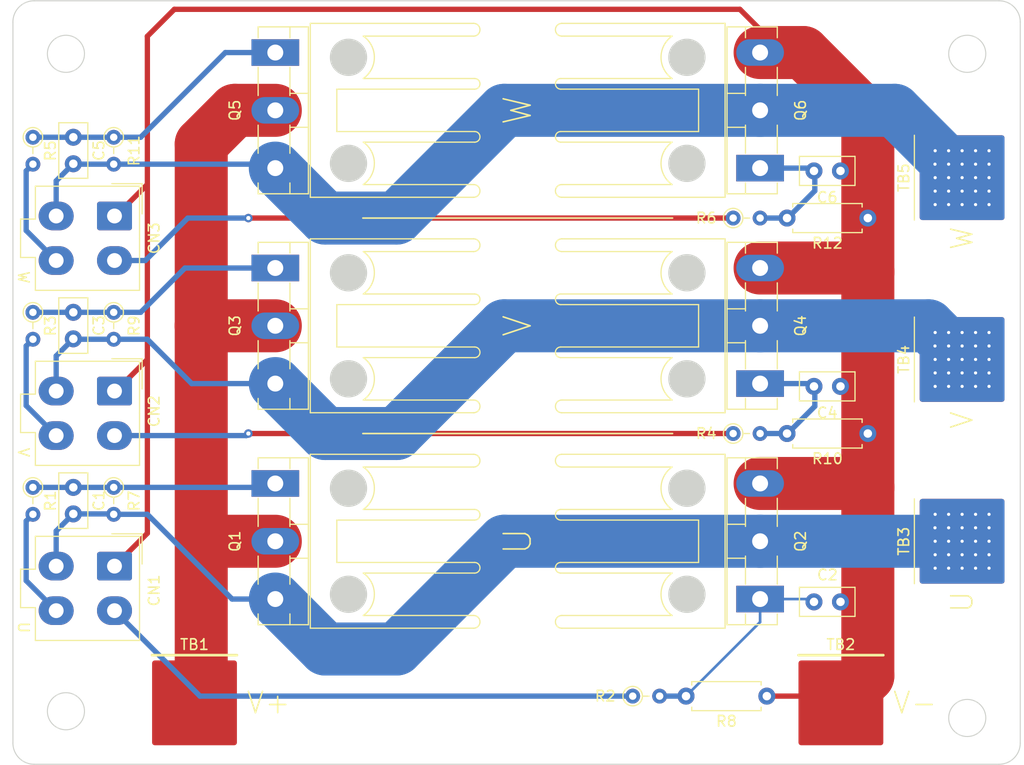
<source format=kicad_pcb>
(kicad_pcb (version 20221018) (generator pcbnew)
  (layers (0 "F.Cu" signal) (31 "B.Cu" signal) (34 "B.Paste" user) (35 "F.Paste" user) (36 "B.SilkS" user "B.Silkscreen") (37 "F.SilkS" user "F.Silkscreen") (38 "B.Mask" user) (39 "F.Mask" user) (44 "Edge.Cuts" user))
  (net 0 "")
  (net 1 "/U_HG")
  (net 2 "/U_OUT")
  (net 3 "/U_LG")
  (net 4 "/V-")
  (net 5 "/V_HG")
  (net 6 "/V_OUT")
  (net 7 "/V_LG")
  (net 8 "/W_HG")
  (net 9 "/W_OUT")
  (net 10 "/W_LG")
  (net 11 "/U_LIN")
  (net 12 "/U_HIN")
  (net 13 "/V_LIN")
  (net 14 "/V_HIN")
  (net 15 "/W_LIN")
  (net 16 "/W_HIN")
  (net 17 "/V+")
  (footprint "Resistor_THT:R_Axial_DIN0204_L3.6mm_D1.6mm_P2.54mm_Vertical" (layer "F.Cu") (at 103.505 135.89 -90)
    (fp_text reference "R7" (at 1.27 -1.92 90) (layer "F.SilkS"))
    (fp_text value "10k")
    (pad "1" thru_hole circle (at 0 0 270) (size 1.4 1.4) (drill 0.7) (layers "*.Cu" "*.Mask") (net 1 "/U_HG"))
    (pad "2" thru_hole oval (at 2.54 0 270) (size 1.4 1.4) (drill 0.7) (layers "*.Cu" "*.Mask") (net 2 "/U_OUT"))
  )
  (footprint "Resistor_THT:R_Axial_DIN0204_L3.6mm_D1.6mm_P2.54mm_Vertical" (layer "F.Cu") (at 95.885 119.38 -90)
    (fp_text reference "R3" (at 1.27 -1.651 90) (layer "F.SilkS"))
    (fp_text value "330")
    (pad "1" thru_hole circle (at 0 0 270) (size 1.4 1.4) (drill 0.7) (layers "*.Cu" "*.Mask") (net 5 "/V_HG"))
    (pad "2" thru_hole oval (at 2.54 0 270) (size 1.4 1.4) (drill 0.7) (layers "*.Cu" "*.Mask") (net 14 "/V_HIN"))
  )
  (footprint "Package_TO_SOT_THT:TO-3P-3_Vertical" (layer "F.Cu") (at 164.465 126.1 90)
    (fp_text reference "Q4" (at 5.45 3.81 90) (layer "F.SilkS"))
    (fp_text value "RJH60D0DPK")
    (pad "1" thru_hole rect (at 0 0 90) (size 2.5 4.5) (drill 1.5) (layers "*.Cu" "*.Mask") (net 7 "/V_LG"))
    (pad "2" thru_hole oval (at 5.45 0 90) (size 2.5 4.5) (drill 1.5) (layers "*.Cu" "*.Mask") (net 6 "/V_OUT"))
    (pad "3" thru_hole oval (at 10.9 0 90) (size 2.5 4.5) (drill 1.5) (layers "*.Cu" "*.Mask") (net 4 "/V-"))
  )
  (footprint "Capacitor_THT:C_Disc_D5.0mm_W2.5mm_P2.50mm" (layer "F.Cu") (at 172.045 126.365 180)
    (fp_text reference "C4" (at 1.25 -2.5 180) (layer "F.SilkS"))
    (fp_text value "50V 2200p")
    (pad "1" thru_hole circle (at 0 0 180) (size 1.6 1.6) (drill 0.8) (layers "*.Cu" "*.Mask") (net 4 "/V-"))
    (pad "2" thru_hole circle (at 2.5 0 180) (size 1.6 1.6) (drill 0.8) (layers "*.Cu" "*.Mask") (net 7 "/V_LG"))
  )
  (footprint "Resistor_THT:R_Axial_DIN0204_L3.6mm_D1.6mm_P2.54mm_Vertical" (layer "F.Cu") (at 152.45 155.575)
    (fp_text reference "R2" (at -2.59 0) (layer "F.SilkS"))
    (fp_text value "330")
    (pad "1" thru_hole circle (at 0 0) (size 1.4 1.4) (drill 0.7) (layers "*.Cu" "*.Mask") (net 11 "/U_LIN"))
    (pad "2" thru_hole oval (at 2.54 0) (size 1.4 1.4) (drill 0.7) (layers "*.Cu" "*.Mask") (net 3 "/U_LG"))
  )
  (footprint "Resistor_THT:R_Axial_DIN0204_L3.6mm_D1.6mm_P2.54mm_Vertical" (layer "F.Cu") (at 161.925 110.49)
    (fp_text reference "R6" (at -2.54 0) (layer "F.SilkS"))
    (fp_text value "330")
    (pad "1" thru_hole circle (at 0 0) (size 1.4 1.4) (drill 0.7) (layers "*.Cu" "*.Mask") (net 15 "/W_LIN"))
    (pad "2" thru_hole oval (at 2.54 0) (size 1.4 1.4) (drill 0.7) (layers "*.Cu" "*.Mask") (net 10 "/W_LG"))
  )
  (footprint "Resistor_THT:R_Axial_DIN0204_L3.6mm_D1.6mm_P2.54mm_Vertical" (layer "F.Cu") (at 103.505 102.87 -90)
    (fp_text reference "R11" (at 1.27 -1.92 90) (layer "F.SilkS"))
    (fp_text value "10k")
    (pad "1" thru_hole circle (at 0 0 270) (size 1.4 1.4) (drill 0.7) (layers "*.Cu" "*.Mask") (net 8 "/W_HG"))
    (pad "2" thru_hole oval (at 2.54 0 270) (size 1.4 1.4) (drill 0.7) (layers "*.Cu" "*.Mask") (net 9 "/W_OUT"))
  )
  (footprint "Custom_Library:16P16" (layer "F.Cu") (at 161.163 100.33 90)
    (fp_text reference "REF**" hide)
    (fp_text value "16P16")
    (fp_circle (center -5 -3.6) (end -3.3 -3.6) (stroke (width 0.12)) (fill solid) (layer "Edge.Cuts"))
    (fp_circle (center 5 -3.6) (end 6.7 -3.6) (stroke (width 0.12)) (fill solid) (layer "Edge.Cuts"))
  )
  (footprint "Custom_Library:PV-3_Both" (layer "F.Cu") (at 183.515 123.825 90)
    (fp_text reference "TB4" (at 0 -5.5 90 unlocked) (layer "F.SilkS"))
    (fp_text value "PV-3")
    (pad "1" thru_hole circle (at -2.54 -2.54 90) (size 0.6 0.6) (drill 0.3) (layers "*.Cu") (net 6 "/V_OUT"))
    (pad "1" thru_hole circle (at -2.54 -1.27 90) (size 0.6 0.6) (drill 0.3) (layers "*.Cu") (net 6 "/V_OUT"))
    (pad "1" thru_hole circle (at -2.54 0 90) (size 0.6 0.6) (drill 0.3) (layers "*.Cu") (net 6 "/V_OUT"))
    (pad "1" thru_hole circle (at -2.54 1.27 90) (size 0.6 0.6) (drill 0.3) (layers "*.Cu") (net 6 "/V_OUT"))
    (pad "1" thru_hole circle (at -2.54 2.54 90) (size 0.6 0.6) (drill 0.3) (layers "*.Cu") (net 6 "/V_OUT"))
    (pad "1" thru_hole circle (at -1.27 -2.54 90) (size 0.6 0.6) (drill 0.3) (layers "*.Cu") (net 6 "/V_OUT"))
    (pad "1" thru_hole circle (at -1.27 -1.27 90) (size 0.6 0.6) (drill 0.3) (layers "*.Cu") (net 6 "/V_OUT"))
    (pad "1" thru_hole circle (at -1.27 0 90) (size 0.6 0.6) (drill 0.3) (layers "*.Cu") (net 6 "/V_OUT"))
    (pad "1" thru_hole circle (at -1.27 1.27 90) (size 0.6 0.6) (drill 0.3) (layers "*.Cu") (net 6 "/V_OUT"))
    (pad "1" thru_hole circle (at -1.27 2.54 90) (size 0.6 0.6) (drill 0.3) (layers "*.Cu") (net 6 "/V_OUT"))
    (pad "1" thru_hole circle (at 0 -2.54 90) (size 0.6 0.6) (drill 0.3) (layers "*.Cu") (net 6 "/V_OUT"))
    (pad "1" thru_hole circle (at 0 -1.27 90) (size 0.6 0.6) (drill 0.3) (layers "*.Cu") (net 6 "/V_OUT"))
    (pad "1" thru_hole circle (at 0 0 90) (size 0.6 0.6) (drill 0.3) (layers "*.Cu") (net 6 "/V_OUT"))
    (pad "1" smd roundrect (at 0 0 90) (size 8 8) (layers "F.Cu" "F.Paste" "F.Mask") (roundrect_rratio 0.03175) (net 6 "/V_OUT"))
    (pad "1" smd roundrect (at 0 0 90) (size 8 8) (layers "B.Cu") (roundrect_rratio 0.03175) (net 6 "/V_OUT"))
    (pad "1" thru_hole circle (at 0 1.27 90) (size 0.6 0.6) (drill 0.3) (layers "*.Cu") (net 6 "/V_OUT"))
    (pad "1" thru_hole circle (at 0 2.54 90) (size 0.6 0.6) (drill 0.3) (layers "*.Cu") (net 6 "/V_OUT"))
    (pad "1" thru_hole circle (at 1.27 -2.55738 90) (size 0.6 0.6) (drill 0.3) (layers "*.Cu") (net 6 "/V_OUT"))
    (pad "1" thru_hole circle (at 1.27 -1.27 90) (size 0.6 0.6) (drill 0.3) (layers "*.Cu") (net 6 "/V_OUT"))
    (pad "1" thru_hole circle (at 1.27 0 90) (size 0.6 0.6) (drill 0.3) (layers "*.Cu") (net 6 "/V_OUT"))
    (pad "1" thru_hole circle (at 1.27 1.27 90) (size 0.6 0.6) (drill 0.3) (layers "*.Cu") (net 6 "/V_OUT"))
    (pad "1" thru_hole circle (at 1.27 2.54 90) (size 0.6 0.6) (drill 0.3) (layers "*.Cu") (net 6 "/V_OUT"))
    (pad "1" thru_hole circle (at 2.54 -2.54 90) (size 0.6 0.6) (drill 0.3) (layers "*.Cu") (net 6 "/V_OUT"))
    (pad "1" thru_hole circle (at 2.54 -1.27 90) (size 0.6 0.6) (drill 0.3) (layers "*.Cu") (net 6 "/V_OUT"))
    (pad "1" thru_hole circle (at 2.54 0 90) (size 0.6 0.6) (drill 0.3) (layers "*.Cu") (net 6 "/V_OUT"))
    (pad "1" thru_hole circle (at 2.54 1.27 90) (size 0.6 0.6) (drill 0.3) (layers "*.Cu") (net 6 "/V_OUT"))
    (pad "1" thru_hole circle (at 2.54 2.54 90) (size 0.6 0.6) (drill 0.3) (layers "*.Cu") (net 6 "/V_OUT"))
  )
  (footprint "Custom_Library:PV-3" (layer "F.Cu") (at 111.125 156.21)
    (fp_text reference "TB1" (at 0 -5.5 unlocked) (layer "F.SilkS"))
    (fp_text value "PV-3")
    (pad "1" smd roundrect (at 0 0) (size 8 8) (layers "F.Cu" "F.Paste" "F.Mask") (roundrect_rratio 0.03175) (net 17 "/V+"))
  )
  (footprint "Capacitor_THT:C_Disc_D5.0mm_W2.5mm_P2.50mm" (layer "F.Cu") (at 172.045 106.045 180)
    (fp_text reference "C6" (at 1.25 -2.5 180) (layer "F.SilkS"))
    (fp_text value "50V 2200p")
    (pad "1" thru_hole circle (at 0 0 180) (size 1.6 1.6) (drill 0.8) (layers "*.Cu" "*.Mask") (net 4 "/V-"))
    (pad "2" thru_hole circle (at 2.5 0 180) (size 1.6 1.6) (drill 0.8) (layers "*.Cu" "*.Mask") (net 10 "/W_LG"))
  )
  (footprint "Custom_Library:16P16" (layer "F.Cu") (at 122.047 140.97 -90)
    (fp_text reference "REF**" hide)
    (fp_text value "16P16")
    (fp_circle (center -5 -3.6) (end -3.3 -3.6) (stroke (width 0.12)) (fill solid) (layer "Edge.Cuts"))
    (fp_circle (center 5 -3.6) (end 6.7 -3.6) (stroke (width 0.12)) (fill solid) (layer "Edge.Cuts"))
  )
  (footprint "Custom_Library:PV-3_Both" (layer "F.Cu") (at 183.515 106.68 90)
    (fp_text reference "TB5" (at 0 -5.5 90 unlocked) (layer "F.SilkS"))
    (fp_text value "PV-3")
    (pad "1" thru_hole circle (at -2.54 -2.54 90) (size 0.6 0.6) (drill 0.3) (layers "*.Cu") (net 9 "/W_OUT"))
    (pad "1" thru_hole circle (at -2.54 -1.27 90) (size 0.6 0.6) (drill 0.3) (layers "*.Cu") (net 9 "/W_OUT"))
    (pad "1" thru_hole circle (at -2.54 0 90) (size 0.6 0.6) (drill 0.3) (layers "*.Cu") (net 9 "/W_OUT"))
    (pad "1" thru_hole circle (at -2.54 1.27 90) (size 0.6 0.6) (drill 0.3) (layers "*.Cu") (net 9 "/W_OUT"))
    (pad "1" thru_hole circle (at -2.54 2.54 90) (size 0.6 0.6) (drill 0.3) (layers "*.Cu") (net 9 "/W_OUT"))
    (pad "1" thru_hole circle (at -1.27 -2.54 90) (size 0.6 0.6) (drill 0.3) (layers "*.Cu") (net 9 "/W_OUT"))
    (pad "1" thru_hole circle (at -1.27 -1.27 90) (size 0.6 0.6) (drill 0.3) (layers "*.Cu") (net 9 "/W_OUT"))
    (pad "1" thru_hole circle (at -1.27 0 90) (size 0.6 0.6) (drill 0.3) (layers "*.Cu") (net 9 "/W_OUT"))
    (pad "1" thru_hole circle (at -1.27 1.27 90) (size 0.6 0.6) (drill 0.3) (layers "*.Cu") (net 9 "/W_OUT"))
    (pad "1" thru_hole circle (at -1.27 2.54 90) (size 0.6 0.6) (drill 0.3) (layers "*.Cu") (net 9 "/W_OUT"))
    (pad "1" thru_hole circle (at 0 -2.54 90) (size 0.6 0.6) (drill 0.3) (layers "*.Cu") (net 9 "/W_OUT"))
    (pad "1" thru_hole circle (at 0 -1.27 90) (size 0.6 0.6) (drill 0.3) (layers "*.Cu") (net 9 "/W_OUT"))
    (pad "1" thru_hole circle (at 0 0 90) (size 0.6 0.6) (drill 0.3) (layers "*.Cu") (net 9 "/W_OUT"))
    (pad "1" smd roundrect (at 0 0 90) (size 8 8) (layers "F.Cu" "F.Paste" "F.Mask") (roundrect_rratio 0.03175) (net 9 "/W_OUT"))
    (pad "1" smd roundrect (at 0 0 90) (size 8 8) (layers "B.Cu") (roundrect_rratio 0.03175) (net 9 "/W_OUT"))
    (pad "1" thru_hole circle (at 0 1.27 90) (size 0.6 0.6) (drill 0.3) (layers "*.Cu") (net 9 "/W_OUT"))
    (pad "1" thru_hole circle (at 0 2.54 90) (size 0.6 0.6) (drill 0.3) (layers "*.Cu") (net 9 "/W_OUT"))
    (pad "1" thru_hole circle (at 1.27 -2.55738 90) (size 0.6 0.6) (drill 0.3) (layers "*.Cu") (net 9 "/W_OUT"))
    (pad "1" thru_hole circle (at 1.27 -1.27 90) (size 0.6 0.6) (drill 0.3) (layers "*.Cu") (net 9 "/W_OUT"))
    (pad "1" thru_hole circle (at 1.27 0 90) (size 0.6 0.6) (drill 0.3) (layers "*.Cu") (net 9 "/W_OUT"))
    (pad "1" thru_hole circle (at 1.27 1.27 90) (size 0.6 0.6) (drill 0.3) (layers "*.Cu") (net 9 "/W_OUT"))
    (pad "1" thru_hole circle (at 1.27 2.54 90) (size 0.6 0.6) (drill 0.3) (layers "*.Cu") (net 9 "/W_OUT"))
    (pad "1" thru_hole circle (at 2.54 -2.54 90) (size 0.6 0.6) (drill 0.3) (layers "*.Cu") (net 9 "/W_OUT"))
    (pad "1" thru_hole circle (at 2.54 -1.27 90) (size 0.6 0.6) (drill 0.3) (layers "*.Cu") (net 9 "/W_OUT"))
    (pad "1" thru_hole circle (at 2.54 0 90) (size 0.6 0.6) (drill 0.3) (layers "*.Cu") (net 9 "/W_OUT"))
    (pad "1" thru_hole circle (at 2.54 1.27 90) (size 0.6 0.6) (drill 0.3) (layers "*.Cu") (net 9 "/W_OUT"))
    (pad "1" thru_hole circle (at 2.54 2.54 90) (size 0.6 0.6) (drill 0.3) (layers "*.Cu") (net 9 "/W_OUT"))
  )
  (footprint "Custom_Library:16P16" (layer "F.Cu") (at 161.163 120.65 90)
    (fp_text reference "REF**" hide)
    (fp_text value "16P16")
    (fp_circle (center -5 -3.6) (end -3.3 -3.6) (stroke (width 0.12)) (fill solid) (layer "Edge.Cuts"))
    (fp_circle (center 5 -3.6) (end 6.7 -3.6) (stroke (width 0.12)) (fill solid) (layer "Edge.Cuts"))
  )
  (footprint "Capacitor_THT:C_Disc_D5.0mm_W2.5mm_P2.50mm" (layer "F.Cu") (at 99.695 102.87 -90)
    (fp_text reference "C5" (at 1.25 -2.413 90) (layer "F.SilkS"))
    (fp_text value "50V 2200p")
    (pad "1" thru_hole circle (at 0 0 270) (size 1.6 1.6) (drill 0.8) (layers "*.Cu" "*.Mask") (net 8 "/W_HG"))
    (pad "2" thru_hole circle (at 2.5 0 270) (size 1.6 1.6) (drill 0.8) (layers "*.Cu" "*.Mask") (net 9 "/W_OUT"))
  )
  (footprint "Resistor_THT:R_Axial_DIN0207_L6.3mm_D2.5mm_P7.62mm_Horizontal" (layer "F.Cu") (at 165.1 155.575 180)
    (fp_text reference "R8" (at 3.81 -2.37) (layer "F.SilkS"))
    (fp_text value "10k")
    (pad "1" thru_hole circle (at 0 0 180) (size 1.6 1.6) (drill 0.8) (layers "*.Cu" "*.Mask") (net 4 "/V-"))
    (pad "2" thru_hole oval (at 7.62 0 180) (size 1.6 1.6) (drill 0.8) (layers "*.Cu" "*.Mask") (net 3 "/U_LG"))
  )
  (footprint "Resistor_THT:R_Axial_DIN0204_L3.6mm_D1.6mm_P2.54mm_Vertical" (layer "F.Cu") (at 161.925 130.81)
    (fp_text reference "R4" (at -2.54 0) (layer "F.SilkS"))
    (fp_text value "330")
    (pad "1" thru_hole circle (at 0 0) (size 1.4 1.4) (drill 0.7) (layers "*.Cu" "*.Mask") (net 13 "/V_LIN"))
    (pad "2" thru_hole oval (at 2.54 0) (size 1.4 1.4) (drill 0.7) (layers "*.Cu" "*.Mask") (net 7 "/V_LG"))
  )
  (footprint "Connector_Molex:Molex_Mini-Fit_Jr_5566-04A_2x02_P4.20mm_Vertical" (layer "F.Cu") (at 103.58 126.805 -90)
    (fp_text reference "CN2" (at 1.905 -3.735 -90) (layer "F.SilkS"))
    (fp_text value "Molex_5569-04A1_2x02")
    (pad "1" thru_hole roundrect (at 0 0 270) (size 2.7 3.3) (drill 1.4) (layers "*.Cu" "*.Mask") (roundrect_rratio 0.092593) (net 4 "/V-"))
    (pad "2" thru_hole oval (at 4.2 0 270) (size 2.7 3.3) (drill 1.4) (layers "*.Cu" "*.Mask") (net 13 "/V_LIN"))
    (pad "3" thru_hole oval (at 0 5.5 270) (size 2.7 3.3) (drill 1.4) (layers "*.Cu" "*.Mask") (net 6 "/V_OUT"))
    (pad "4" thru_hole oval (at 4.2 5.5 270) (size 2.7 3.3) (drill 1.4) (layers "*.Cu" "*.Mask") (net 14 "/V_HIN"))
  )
  (footprint "Connector_Molex:Molex_Mini-Fit_Jr_5566-04A_2x02_P4.20mm_Vertical" (layer "F.Cu") (at 103.58 143.315 -90)
    (fp_text reference "CN1" (at 2.295 -3.735 -90) (layer "F.SilkS"))
    (fp_text value "Molex_5569-04A1_2x02")
    (pad "1" thru_hole roundrect (at 0 0 270) (size 2.7 3.3) (drill 1.4) (layers "*.Cu" "*.Mask") (roundrect_rratio 0.092593) (net 4 "/V-"))
    (pad "2" thru_hole oval (at 4.2 0 270) (size 2.7 3.3) (drill 1.4) (layers "*.Cu" "*.Mask") (net 11 "/U_LIN"))
    (pad "3" thru_hole oval (at 0 5.5 270) (size 2.7 3.3) (drill 1.4) (layers "*.Cu" "*.Mask") (net 2 "/U_OUT"))
    (pad "4" thru_hole oval (at 4.2 5.5 270) (size 2.7 3.3) (drill 1.4) (layers "*.Cu" "*.Mask") (net 12 "/U_HIN"))
  )
  (footprint "Package_TO_SOT_THT:TO-3P-3_Vertical" (layer "F.Cu") (at 164.465 105.78 90)
    (fp_text reference "Q6" (at 5.45 3.81 90) (layer "F.SilkS"))
    (fp_text value "RJH60D0DPK")
    (pad "1" thru_hole rect (at 0 0 90) (size 2.5 4.5) (drill 1.5) (layers "*.Cu" "*.Mask") (net 10 "/W_LG"))
    (pad "2" thru_hole oval (at 5.45 0 90) (size 2.5 4.5) (drill 1.5) (layers "*.Cu" "*.Mask") (net 9 "/W_OUT"))
    (pad "3" thru_hole oval (at 10.9 0 90) (size 2.5 4.5) (drill 1.5) (layers "*.Cu" "*.Mask") (net 4 "/V-"))
  )
  (footprint "Resistor_THT:R_Axial_DIN0204_L3.6mm_D1.6mm_P2.54mm_Vertical" (layer "F.Cu") (at 95.885 102.87 -90)
    (fp_text reference "R5" (at 1.27 -1.651 90) (layer "F.SilkS"))
    (fp_text value "330")
    (pad "1" thru_hole circle (at 0 0 270) (size 1.4 1.4) (drill 0.7) (layers "*.Cu" "*.Mask") (net 8 "/W_HG"))
    (pad "2" thru_hole oval (at 2.54 0 270) (size 1.4 1.4) (drill 0.7) (layers "*.Cu" "*.Mask") (net 16 "/W_HIN"))
  )
  (footprint "Resistor_THT:R_Axial_DIN0204_L3.6mm_D1.6mm_P2.54mm_Vertical" (layer "F.Cu") (at 103.505 119.38 -90)
    (fp_text reference "R9" (at 1.27 -1.92 90) (layer "F.SilkS"))
    (fp_text value "10k")
    (pad "1" thru_hole circle (at 0 0 270) (size 1.4 1.4) (drill 0.7) (layers "*.Cu" "*.Mask") (net 5 "/V_HG"))
    (pad "2" thru_hole oval (at 2.54 0 270) (size 1.4 1.4) (drill 0.7) (layers "*.Cu" "*.Mask") (net 6 "/V_OUT"))
  )
  (footprint "Resistor_THT:R_Axial_DIN0207_L6.3mm_D2.5mm_P7.62mm_Horizontal" (layer "F.Cu") (at 174.625 130.81 180)
    (fp_text reference "R10" (at 3.81 -2.37) (layer "F.SilkS"))
    (fp_text value "10k")
    (pad "1" thru_hole circle (at 0 0 180) (size 1.6 1.6) (drill 0.8) (layers "*.Cu" "*.Mask") (net 4 "/V-"))
    (pad "2" thru_hole oval (at 7.62 0 180) (size 1.6 1.6) (drill 0.8) (layers "*.Cu" "*.Mask") (net 7 "/V_LG"))
  )
  (footprint "Connector_Molex:Molex_Mini-Fit_Jr_5566-04A_2x02_P4.20mm_Vertical" (layer "F.Cu") (at 103.58 110.295 -90)
    (fp_text reference "CN3" (at 2.1 -3.735 90) (layer "F.SilkS"))
    (fp_text value "Molex_5569-04A1_2x02")
    (pad "1" thru_hole roundrect (at 0 0 270) (size 2.7 3.3) (drill 1.4) (layers "*.Cu" "*.Mask") (roundrect_rratio 0.092593) (net 4 "/V-"))
    (pad "2" thru_hole oval (at 4.2 0 270) (size 2.7 3.3) (drill 1.4) (layers "*.Cu" "*.Mask") (net 15 "/W_LIN"))
    (pad "3" thru_hole oval (at 0 5.5 270) (size 2.7 3.3) (drill 1.4) (layers "*.Cu" "*.Mask") (net 9 "/W_OUT"))
    (pad "4" thru_hole oval (at 4.2 5.5 270) (size 2.7 3.3) (drill 1.4) (layers "*.Cu" "*.Mask") (net 16 "/W_HIN"))
  )
  (footprint "Custom_Library:PV-3_Both" (layer "F.Cu") (at 183.515 140.97 90)
    (fp_text reference "TB3" (at 0 -5.5 90 unlocked) (layer "F.SilkS"))
    (fp_text value "PV-3")
    (pad "1" thru_hole circle (at -2.54 -2.54 90) (size 0.6 0.6) (drill 0.3) (layers "*.Cu") (net 2 "/U_OUT"))
    (pad "1" thru_hole circle (at -2.54 -1.27 90) (size 0.6 0.6) (drill 0.3) (layers "*.Cu") (net 2 "/U_OUT"))
    (pad "1" thru_hole circle (at -2.54 0 90) (size 0.6 0.6) (drill 0.3) (layers "*.Cu") (net 2 "/U_OUT"))
    (pad "1" thru_hole circle (at -2.54 1.27 90) (size 0.6 0.6) (drill 0.3) (layers "*.Cu") (net 2 "/U_OUT"))
    (pad "1" thru_hole circle (at -2.54 2.54 90) (size 0.6 0.6) (drill 0.3) (layers "*.Cu") (net 2 "/U_OUT"))
    (pad "1" thru_hole circle (at -1.27 -2.54 90) (size 0.6 0.6) (drill 0.3) (layers "*.Cu") (net 2 "/U_OUT"))
    (pad "1" thru_hole circle (at -1.27 -1.27 90) (size 0.6 0.6) (drill 0.3) (layers "*.Cu") (net 2 "/U_OUT"))
    (pad "1" thru_hole circle (at -1.27 0 90) (size 0.6 0.6) (drill 0.3) (layers "*.Cu") (net 2 "/U_OUT"))
    (pad "1" thru_hole circle (at -1.27 1.27 90) (size 0.6 0.6) (drill 0.3) (layers "*.Cu") (net 2 "/U_OUT"))
    (pad "1" thru_hole circle (at -1.27 2.54 90) (size 0.6 0.6) (drill 0.3) (layers "*.Cu") (net 2 "/U_OUT"))
    (pad "1" thru_hole circle (at 0 -2.54 90) (size 0.6 0.6) (drill 0.3) (layers "*.Cu") (net 2 "/U_OUT"))
    (pad "1" thru_hole circle (at 0 -1.27 90) (size 0.6 0.6) (drill 0.3) (layers "*.Cu") (net 2 "/U_OUT"))
    (pad "1" thru_hole circle (at 0 0 90) (size 0.6 0.6) (drill 0.3) (layers "*.Cu") (net 2 "/U_OUT"))
    (pad "1" smd roundrect (at 0 0 90) (size 8 8) (layers "F.Cu" "F.Paste" "F.Mask") (roundrect_rratio 0.03175) (net 2 "/U_OUT"))
    (pad "1" smd roundrect (at 0 0 90) (size 8 8) (layers "B.Cu") (roundrect_rratio 0.03175) (net 2 "/U_OUT"))
    (pad "1" thru_hole circle (at 0 1.27 90) (size 0.6 0.6) (drill 0.3) (layers "*.Cu") (net 2 "/U_OUT"))
    (pad "1" thru_hole circle (at 0 2.54 90) (size 0.6 0.6) (drill 0.3) (layers "*.Cu") (net 2 "/U_OUT"))
    (pad "1" thru_hole circle (at 1.27 -2.55738 90) (size 0.6 0.6) (drill 0.3) (layers "*.Cu") (net 2 "/U_OUT"))
    (pad "1" thru_hole circle (at 1.27 -1.27 90) (size 0.6 0.6) (drill 0.3) (layers "*.Cu") (net 2 "/U_OUT"))
    (pad "1" thru_hole circle (at 1.27 0 90) (size 0.6 0.6) (drill 0.3) (layers "*.Cu") (net 2 "/U_OUT"))
    (pad "1" thru_hole circle (at 1.27 1.27 90) (size 0.6 0.6) (drill 0.3) (layers "*.Cu") (net 2 "/U_OUT"))
    (pad "1" thru_hole circle (at 1.27 2.54 90) (size 0.6 0.6) (drill 0.3) (layers "*.Cu") (net 2 "/U_OUT"))
    (pad "1" thru_hole circle (at 2.54 -2.54 90) (size 0.6 0.6) (drill 0.3) (layers "*.Cu") (net 2 "/U_OUT"))
    (pad "1" thru_hole circle (at 2.54 -1.27 90) (size 0.6 0.6) (drill 0.3) (layers "*.Cu") (net 2 "/U_OUT"))
    (pad "1" thru_hole circle (at 2.54 0 90) (size 0.6 0.6) (drill 0.3) (layers "*.Cu") (net 2 "/U_OUT"))
    (pad "1" thru_hole circle (at 2.54 1.27 90) (size 0.6 0.6) (drill 0.3) (layers "*.Cu") (net 2 "/U_OUT"))
    (pad "1" thru_hole circle (at 2.54 2.54 90) (size 0.6 0.6) (drill 0.3) (layers "*.Cu") (net 2 "/U_OUT"))
  )
  (footprint "Resistor_THT:R_Axial_DIN0207_L6.3mm_D2.5mm_P7.62mm_Horizontal" (layer "F.Cu") (at 174.625 110.49 180)
    (fp_text reference "R12" (at 3.81 -2.37) (layer "F.SilkS"))
    (fp_text value "10k")
    (pad "1" thru_hole circle (at 0 0 180) (size 1.6 1.6) (drill 0.8) (layers "*.Cu" "*.Mask") (net 4 "/V-"))
    (pad "2" thru_hole oval (at 7.62 0 180) (size 1.6 1.6) (drill 0.8) (layers "*.Cu" "*.Mask") (net 10 "/W_LG"))
  )
  (footprint "Capacitor_THT:C_Disc_D5.0mm_W2.5mm_P2.50mm" (layer "F.Cu") (at 99.695 119.38 -90)
    (fp_text reference "C3" (at 1.25 -2.413 90) (layer "F.SilkS"))
    (fp_text value "50V 2200p")
    (pad "1" thru_hole circle (at 0 0 270) (size 1.6 1.6) (drill 0.8) (layers "*.Cu" "*.Mask") (net 5 "/V_HG"))
    (pad "2" thru_hole circle (at 2.5 0 270) (size 1.6 1.6) (drill 0.8) (layers "*.Cu" "*.Mask") (net 6 "/V_OUT"))
  )
  (footprint "Package_TO_SOT_THT:TO-3P-3_Vertical" (layer "F.Cu") (at 164.465 146.42 90)
    (fp_text reference "Q2" (at 5.45 3.81 90) (layer "F.SilkS"))
    (fp_text value "RJH60D0DPK")
    (pad "1" thru_hole rect (at 0 0 90) (size 2.5 4.5) (drill 1.5) (layers "*.Cu" "*.Mask") (net 3 "/U_LG"))
    (pad "2" thru_hole oval (at 5.45 0 90) (size 2.5 4.5) (drill 1.5) (layers "*.Cu" "*.Mask") (net 2 "/U_OUT"))
    (pad "3" thru_hole oval (at 10.9 0 90) (size 2.5 4.5) (drill 1.5) (layers "*.Cu" "*.Mask") (net 4 "/V-"))
  )
  (footprint "Custom_Library:PV-3" (layer "F.Cu") (at 172.085 156.21)
    (fp_text reference "TB2" (at 0 -5.5 unlocked) (layer "F.SilkS"))
    (fp_text value "PV-3")
    (pad "1" smd roundrect (at 0 0) (size 8 8) (layers "F.Cu" "F.Paste" "F.Mask") (roundrect_rratio 0.03175) (net 4 "/V-"))
  )
  (footprint "Custom_Library:16P16" (layer "F.Cu") (at 122.047 100.33 -90)
    (fp_text reference "REF**" hide)
    (fp_text value "16P16")
    (fp_circle (center -5 -3.6) (end -3.3 -3.6) (stroke (width 0.12)) (fill solid) (layer "Edge.Cuts"))
    (fp_circle (center 5 -3.6) (end 6.7 -3.6) (stroke (width 0.12)) (fill solid) (layer "Edge.Cuts"))
  )
  (footprint "Resistor_THT:R_Axial_DIN0204_L3.6mm_D1.6mm_P2.54mm_Vertical" (layer "F.Cu") (at 95.885 135.89 -90)
    (fp_text reference "R1" (at 1.27 -1.651 90) (layer "F.SilkS"))
    (fp_text value "330")
    (pad "1" thru_hole circle (at 0 0 270) (size 1.4 1.4) (drill 0.7) (layers "*.Cu" "*.Mask") (net 1 "/U_HG"))
    (pad "2" thru_hole oval (at 2.54 0 270) (size 1.4 1.4) (drill 0.7) (layers "*.Cu" "*.Mask") (net 12 "/U_HIN"))
  )
  (footprint "Package_TO_SOT_THT:TO-3P-3_Vertical" (layer "F.Cu") (at 118.745 94.88 -90)
    (fp_text reference "Q5" (at 5.45 3.81 90) (layer "F.SilkS"))
    (fp_text value "RJH60D0DPK")
    (pad "1" thru_hole rect (at 0 0 270) (size 2.5 4.5) (drill 1.5) (layers "*.Cu" "*.Mask") (net 8 "/W_HG"))
    (pad "2" thru_hole oval (at 5.45 0 270) (size 2.5 4.5) (drill 1.5) (layers "*.Cu" "*.Mask") (net 17 "/V+"))
    (pad "3" thru_hole oval (at 10.9 0 270) (size 2.5 4.5) (drill 1.5) (layers "*.Cu" "*.Mask") (net 9 "/W_OUT"))
  )
  (footprint "Capacitor_THT:C_Disc_D5.0mm_W2.5mm_P2.50mm" (layer "F.Cu") (at 172.045 146.685 180)
    (fp_text reference "C2" (at 1.23 2.54 180) (layer "F.SilkS"))
    (fp_text value "50V 2200p")
    (pad "1" thru_hole circle (at 0 0 180) (size 1.6 1.6) (drill 0.8) (layers "*.Cu" "*.Mask") (net 4 "/V-"))
    (pad "2" thru_hole circle (at 2.5 0 180) (size 1.6 1.6) (drill 0.8) (layers "*.Cu" "*.Mask") (net 3 "/U_LG"))
  )
  (footprint "Package_TO_SOT_THT:TO-3P-3_Vertical" (layer "F.Cu") (at 118.745 135.52 -90)
    (fp_text reference "Q1" (at 5.45 3.81 90) (layer "F.SilkS"))
    (fp_text value "RJH60D0DPK")
    (pad "1" thru_hole rect (at 0 0 270) (size 2.5 4.5) (drill 1.5) (layers "*.Cu" "*.Mask") (net 1 "/U_HG"))
    (pad "2" thru_hole oval (at 5.45 0 270) (size 2.5 4.5) (drill 1.5) (layers "*.Cu" "*.Mask") (net 17 "/V+"))
    (pad "3" thru_hole oval (at 10.9 0 270) (size 2.5 4.5) (drill 1.5) (layers "*.Cu" "*.Mask") (net 2 "/U_OUT"))
  )
  (footprint "Custom_Library:16P16" (layer "F.Cu") (at 122.047 120.65 -90)
    (fp_text reference "REF**" hide)
    (fp_text value "16P16")
    (fp_circle (center -5 -3.6) (end -3.3 -3.6) (stroke (width 0.12)) (fill solid) (layer "Edge.Cuts"))
    (fp_circle (center 5 -3.6) (end 6.7 -3.6) (stroke (width 0.12)) (fill solid) (layer "Edge.Cuts"))
  )
  (footprint "Custom_Library:16P16" (layer "F.Cu") (at 161.163 140.97 90)
    (fp_text reference "REF**" hide)
    (fp_text value "16P16")
    (fp_circle (center -5 -3.6) (end -3.3 -3.6) (stroke (width 0.12)) (fill solid) (layer "Edge.Cuts"))
    (fp_circle (center 5 -3.6) (end 6.7 -3.6) (stroke (width 0.12)) (fill solid) (layer "Edge.Cuts"))
  )
  (footprint "Capacitor_THT:C_Disc_D5.0mm_W2.5mm_P2.50mm" (layer "F.Cu") (at 99.695 135.89 -90)
    (fp_text reference "C1" (at 1.25 -2.413 90) (layer "F.SilkS"))
    (fp_text value "50V 2200p")
    (pad "1" thru_hole circle (at 0 0 270) (size 1.6 1.6) (drill 0.8) (layers "*.Cu" "*.Mask") (net 1 "/U_HG"))
    (pad "2" thru_hole circle (at 2.5 0 270) (size 1.6 1.6) (drill 0.8) (layers "*.Cu" "*.Mask") (net 2 "/U_OUT"))
  )
  (footprint "Package_TO_SOT_THT:TO-3P-3_Vertical" (layer "F.Cu") (at 118.745 115.2 -90)
    (fp_text reference "Q3" (at 5.45 3.81 90) (layer "F.SilkS"))
    (fp_text value "RJH60D0DPK")
    (pad "1" thru_hole rect (at 0 0 270) (size 2.5 4.5) (drill 1.5) (layers "*.Cu" "*.Mask") (net 5 "/V_HG"))
    (pad "2" thru_hole oval (at 5.45 0 270) (size 2.5 4.5) (drill 1.5) (layers "*.Cu" "*.Mask") (net 17 "/V+"))
    (pad "3" thru_hole oval (at 10.9 0 270) (size 2.5 4.5) (drill 1.5) (layers "*.Cu" "*.Mask") (net 6 "/V_OUT"))
  )
  (gr_line (start 127 110.49) (end 156.21 110.49) (stroke (width 0.15)) (layer "F.SilkS"))
  (gr_line (start 127 130.81) (end 156.21 130.81) (stroke (width 0.15)) (layer "F.SilkS"))
  (gr_line (start 187 90) (end 96 90) (stroke (width 0.1)) (layer "Edge.Cuts"))
  (gr_arc (start 187 90) (mid 188.414214 90.585786) (end 189 92) (stroke (width 0.1)) (layer "Edge.Cuts"))
  (gr_circle (center 99 95) (end 99 96.75) (stroke (width 0.1)) (fill none) (layer "Edge.Cuts"))
  (gr_arc (start 96 162) (mid 94.585786 161.414214) (end 94 160) (stroke (width 0.1)) (layer "Edge.Cuts"))
  (gr_line (start 94 92) (end 94 160) (stroke (width 0.1)) (layer "Edge.Cuts"))
  (gr_circle (center 184 95) (end 184 96.75) (stroke (width 0.1)) (fill none) (layer "Edge.Cuts"))
  (gr_circle (center 99 157) (end 99 158.75) (stroke (width 0.1)) (fill none) (layer "Edge.Cuts"))
  (gr_arc (start 94 92) (mid 94.585786 90.585786) (end 96 90) (stroke (width 0.1)) (layer "Edge.Cuts"))
  (gr_circle (center 184 157.635) (end 184 159.385) (stroke (width 0.1)) (fill none) (layer "Edge.Cuts"))
  (gr_arc (start 189 160) (mid 188.414214 161.414214) (end 187 162) (stroke (width 0.1)) (layer "Edge.Cuts"))
  (gr_line (start 96 162) (end 187 162) (stroke (width 0.1)) (layer "Edge.Cuts"))
  (gr_line (start 189 160) (end 189 92) (stroke (width 0.1)) (layer "Edge.Cuts"))
  (gr_text "V-" (at 179.07 156.21) (layer "F.SilkS") (effects (font (size 2 2))))
  (gr_text "W" (at 141.605 100.33 90) (layer "F.SilkS") (effects (font (size 2.54 2.54))))
  (gr_text "W" (at 94.996 116.078 270) (layer "F.SilkS") (effects (font (size 1 1))))
  (gr_text "W" (at 183.515 112.395 90) (layer "F.SilkS") (effects (font (size 2 2))))
  (gr_text "V+" (at 118.11 156.21) (layer "F.SilkS") (effects (font (size 2 2))))
  (gr_text "V" (at 94.996 132.588 270) (layer "F.SilkS") (effects (font (size 1 1))))
  (gr_text "V" (at 183.515 129.54 90) (layer "F.SilkS") (effects (font (size 2 2))))
  (gr_text "U" (at 94.996 149.098 270) (layer "F.SilkS") (effects (font (size 1 1))))
  (gr_text "V" (at 141.605 120.65 90) (layer "F.SilkS") (effects (font (size 2.54 2.54))))
  (gr_text "U" (at 141.605 140.97 90) (layer "F.SilkS") (effects (font (size 2.54 2.54))))
  (gr_text "U" (at 183.515 146.685 90) (layer "F.SilkS") (effects (font (size 2 2))))
  (segment (start 103.505 135.89) (end 118.375 135.89) (width 0.5) (layer "B.Cu") (net 1))
  (segment (start 118.375 135.89) (end 118.745 135.52) (width 0.5) (layer "B.Cu") (net 1))
  (segment (start 103.505 135.89) (end 95.885 135.89) (width 0.5) (layer "B.Cu") (net 1))
  (segment (start 99.695 138.39) (end 103.465 138.39) (width 0.5) (layer "B.Cu") (net 2))
  (segment (start 130.175 151.13) (end 123.455 151.13) (width 5) (layer "B.Cu") (net 2))
  (segment (start 103.505 138.43) (end 106.68 138.43) (width 0.5) (layer "B.Cu") (net 2))
  (segment (start 164.465 140.97) (end 140.335 140.97) (width 5) (layer "B.Cu") (net 2))
  (segment (start 98.08 140.005) (end 99.695 138.39) (width 0.5) (layer "B.Cu") (net 2))
  (segment (start 103.465 138.39) (end 103.505 138.43) (width 0.5) (layer "B.Cu") (net 2))
  (segment (start 106.68 138.43) (end 114.67 146.42) (width 0.5) (layer "B.Cu") (net 2))
  (segment (start 123.455 151.13) (end 118.745 146.42) (width 5) (layer "B.Cu") (net 2))
  (segment (start 98.08 143.315) (end 98.08 140.005) (width 0.5) (layer "B.Cu") (net 2))
  (segment (start 164.465 140.97) (end 183.515 140.97) (width 5) (layer "B.Cu") (net 2))
  (segment (start 114.67 146.42) (end 118.745 146.42) (width 0.5) (layer "B.Cu") (net 2))
  (segment (start 140.335 140.97) (end 130.175 151.13) (width 5) (layer "B.Cu") (net 2))
  (segment (start 164.465 148.59) (end 157.48 155.575) (width 0.25) (layer "B.Cu") (net 3))
  (segment (start 164.465 146.42) (end 164.465 148.59) (width 0.25) (layer "B.Cu") (net 3))
  (segment (start 169.28 146.42) (end 169.545 146.685) (width 0.25) (layer "B.Cu") (net 3))
  (segment (start 154.99 155.575) (end 157.48 155.575) (width 0.5) (layer "B.Cu") (net 3))
  (segment (start 164.465 146.42) (end 169.28 146.42) (width 0.25) (layer "B.Cu") (net 3))
  (segment (start 174.255 135.52) (end 174.625 135.89) (width 5) (layer "F.Cu") (net 4))
  (segment (start 164.465 115.2) (end 174.255 115.2) (width 5) (layer "F.Cu") (net 4))
  (segment (start 174.625 135.89) (end 174.625 153.67) (width 5) (layer "F.Cu") (net 4))
  (segment (start 103.7 110.295) (end 106.68 107.315) (width 0.5) (layer "F.Cu") (net 4))
  (segment (start 174.625 100.965) (end 174.625 115.57) (width 5) (layer "F.Cu") (net 4))
  (segment (start 103.7 126.805) (end 106.68 123.825) (width 0.5) (layer "F.Cu") (net 4))
  (segment (start 164.465 135.52) (end 174.255 135.52) (width 5) (layer "F.Cu") (net 4))
  (segment (start 165.1 155.575) (end 171.45 155.575) (width 0.5) (layer "F.Cu") (net 4))
  (segment (start 106.68 107.315) (end 106.68 123.825) (width 0.5) (layer "F.Cu") (net 4))
  (segment (start 106.68 93.345) (end 106.68 107.315) (width 0.5) (layer "F.Cu") (net 4))
  (segment (start 164.465 94.88) (end 164.465 92.71) (width 0.5) (layer "F.Cu") (net 4))
  (segment (start 106.68 140.215) (end 103.58 143.315) (width 0.5) (layer "F.Cu") (net 4))
  (segment (start 174.255 115.2) (end 174.625 115.57) (width 5) (layer "F.Cu") (net 4))
  (segment (start 174.625 153.67) (end 172.085 156.21) (width 5) (layer "F.Cu") (net 4))
  (segment (start 174.625 115.57) (end 174.625 135.89) (width 5) (layer "F.Cu") (net 4))
  (segment (start 164.465 92.71) (end 162.56 90.805) (width 0.5) (layer "F.Cu") (net 4))
  (segment (start 168.54 94.88) (end 174.625 100.965) (width 5) (layer "F.Cu") (net 4))
  (segment (start 171.45 155.575) (end 172.085 156.21) (width 0.5) (layer "F.Cu") (net 4))
  (segment (start 106.68 123.825) (end 106.68 140.215) (width 0.5) (layer "F.Cu") (net 4))
  (segment (start 162.56 90.805) (end 109.22 90.805) (width 0.5) (layer "F.Cu") (net 4))
  (segment (start 103.58 126.805) (end 103.7 126.805) (width 0.5) (layer "F.Cu") (net 4))
  (segment (start 103.58 110.295) (end 103.7 110.295) (width 0.5) (layer "F.Cu") (net 4))
  (segment (start 164.465 94.88) (end 168.54 94.88) (width 5) (layer "F.Cu") (net 4))
  (segment (start 109.22 90.805) (end 106.68 93.345) (width 0.5) (layer "F.Cu") (net 4))
  (segment (start 103.505 119.38) (end 95.885 119.38) (width 0.5) (layer "B.Cu") (net 5))
  (segment (start 118.745 115.2) (end 110.225 115.2) (width 0.5) (layer "B.Cu") (net 5))
  (segment (start 106.045 119.38) (end 110.225 115.2) (width 0.5) (layer "B.Cu") (net 5))
  (segment (start 103.505 119.38) (end 106.045 119.38) (width 0.5) (layer "B.Cu") (net 5))
  (segment (start 164.465 120.65) (end 180.34 120.65) (width 5) (layer "B.Cu") (net 6))
  (segment (start 140.335 120.65) (end 130.175 130.81) (width 5) (layer "B.Cu") (net 6))
  (segment (start 99.735 121.92) (end 99.695 121.88) (width 0.5) (layer "B.Cu") (net 6))
  (segment (start 110.86 126.1) (end 118.745 126.1) (width 0.5) (layer "B.Cu") (net 6))
  (segment (start 180.34 120.65) (end 183.515 123.825) (width 5) (layer "B.Cu") (net 6))
  (segment (start 98.08 126.805) (end 98.08 123.495) (width 0.5) (layer "B.Cu") (net 6))
  (segment (start 103.505 121.92) (end 99.735 121.92) (width 0.5) (layer "B.Cu") (net 6))
  (segment (start 123.455 130.81) (end 118.745 126.1) (width 5) (layer "B.Cu") (net 6))
  (segment (start 130.175 130.81) (end 123.455 130.81) (width 5) (layer "B.Cu") (net 6))
  (segment (start 103.505 121.92) (end 106.68 121.92) (width 0.5) (layer "B.Cu") (net 6))
  (segment (start 164.465 120.65) (end 140.335 120.65) (width 5) (layer "B.Cu") (net 6))
  (segment (start 106.68 121.92) (end 110.86 126.1) (width 0.5) (layer "B.Cu") (net 6))
  (segment (start 98.08 123.495) (end 99.695 121.88) (width 0.5) (layer "B.Cu") (net 6))
  (segment (start 164.465 126.1) (end 169.36 126.1) (width 0.5) (layer "B.Cu") (net 7))
  (segment (start 169.36 126.1) (end 169.625 126.365) (width 0.5) (layer "B.Cu") (net 7))
  (segment (start 167.005 130.81) (end 164.465 130.81) (width 0.5) (layer "B.Cu") (net 7))
  (segment (start 169.625 128.24) (end 167.055 130.81) (width 0.5) (layer "B.Cu") (net 7))
  (segment (start 169.625 126.365) (end 169.625 128.24) (width 0.5) (layer "B.Cu") (net 7))
  (segment (start 103.505 102.87) (end 95.885 102.87) (width 0.5) (layer "B.Cu") (net 8))
  (segment (start 114.035 94.88) (end 106.045 102.87) (width 0.5) (layer "B.Cu") (net 8))
  (segment (start 118.745 94.88) (end 114.035 94.88) (width 0.5) (layer "B.Cu") (net 8))
  (segment (start 106.045 102.87) (end 103.505 102.87) (width 0.5) (layer "B.Cu") (net 8))
  (segment (start 98.08 106.985) (end 99.695 105.37) (width 0.5) (layer "B.Cu") (net 9))
  (segment (start 103.505 105.41) (end 99.735 105.41) (width 0.5) (layer "B.Cu") (net 9))
  (segment (start 177.165 100.33) (end 183.515 106.68) (width 5) (layer "B.Cu") (net 9))
  (segment (start 99.735 105.41) (end 99.695 105.37) (width 0.5) (layer "B.Cu") (net 9))
  (segment (start 164.465 100.33) (end 140.335 100.33) (width 5) (layer "B.Cu") (net 9))
  (segment (start 123.455 110.49) (end 118.745 105.78) (width 5) (layer "B.Cu") (net 9))
  (segment (start 118.375 105.41) (end 118.745 105.78) (width 0.5) (layer "B.Cu") (net 9))
  (segment (start 103.505 105.41) (end 118.375 105.41) (width 0.5) (layer "B.Cu") (net 9))
  (segment (start 140.335 100.33) (end 130.175 110.49) (width 5) (layer "B.Cu") (net 9))
  (segment (start 98.08 110.295) (end 98.08 106.985) (width 0.5) (layer "B.Cu") (net 9))
  (segment (start 164.465 100.33) (end 177.165 100.33) (width 5) (layer "B.Cu") (net 9))
  (segment (start 130.175 110.49) (end 123.455 110.49) (width 5) (layer "B.Cu") (net 9))
  (segment (start 169.625 106.045) (end 169.625 107.92) (width 0.5) (layer "B.Cu") (net 10))
  (segment (start 169.625 107.92) (end 167.055 110.49) (width 0.5) (layer "B.Cu") (net 10))
  (segment (start 169.36 105.78) (end 169.625 106.045) (width 0.5) (layer "B.Cu") (net 10))
  (segment (start 164.465 105.78) (end 169.36 105.78) (width 0.5) (layer "B.Cu") (net 10))
  (segment (start 167.005 110.49) (end 164.465 110.49) (width 0.5) (layer "B.Cu") (net 10))
  (segment (start 152.45 155.575) (end 111.64 155.575) (width 0.5) (layer "B.Cu") (net 11))
  (segment (start 103.58 147.515) (end 111.64 155.575) (width 0.5) (layer "B.Cu") (net 11))
  (segment (start 95.25 139.065) (end 95.25 144.685) (width 0.5) (layer "B.Cu") (net 12))
  (segment (start 95.25 144.685) (end 98.08 147.515) (width 0.5) (layer "B.Cu") (net 12))
  (segment (start 95.885 138.43) (end 95.25 139.065) (width 0.5) (layer "B.Cu") (net 12))
  (segment (start 161.925 130.81) (end 116.205 130.81) (width 0.5) (layer "F.Cu") (net 13))
  (via (at 116.205 130.81) (size 0.8) (drill 0.4) (layers "F.Cu" "B.Cu") (net 13))
  (segment (start 116.01 131.005) (end 116.205 130.81) (width 0.5) (layer "B.Cu") (net 13))
  (segment (start 103.58 131.005) (end 116.01 131.005) (width 0.5) (layer "B.Cu") (net 13))
  (segment (start 95.885 121.92) (end 95.25 122.555) (width 0.5) (layer "B.Cu") (net 14))
  (segment (start 95.25 122.555) (end 95.25 128.175) (width 0.5) (layer "B.Cu") (net 14))
  (segment (start 95.25 128.175) (end 98.08 131.005) (width 0.5) (layer "B.Cu") (net 14))
  (segment (start 161.925 110.49) (end 116.205 110.49) (width 0.5) (layer "F.Cu") (net 15))
  (via (at 116.205 110.49) (size 0.8) (drill 0.4) (layers "F.Cu" "B.Cu") (net 15))
  (segment (start 103.58 114.495) (end 106.485 114.495) (width 0.5) (layer "B.Cu") (net 15))
  (segment (start 106.485 114.495) (end 110.49 110.49) (width 0.5) (layer "B.Cu") (net 15))
  (segment (start 110.49 110.49) (end 116.205 110.49) (width 0.5) (layer "B.Cu") (net 15))
  (segment (start 95.25 111.665) (end 98.08 114.495) (width 0.5) (layer "B.Cu") (net 16))
  (segment (start 95.25 106.045) (end 95.25 111.665) (width 0.5) (layer "B.Cu") (net 16))
  (segment (start 95.885 105.41) (end 95.25 106.045) (width 0.5) (layer "B.Cu") (net 16))
  (segment (start 114.935 100.33) (end 111.76 103.505) (width 5) (layer "F.Cu") (net 17))
  (segment (start 111.76 120.65) (end 111.76 140.97) (width 5) (layer "F.Cu") (net 17))
  (segment (start 111.76 103.505) (end 111.76 120.65) (width 5) (layer "F.Cu") (net 17))
  (segment (start 111.76 140.97) (end 111.76 155.575) (width 5) (layer "F.Cu") (net 17))
  (segment (start 111.76 155.575) (end 111.125 156.21) (width 5) (layer "F.Cu") (net 17))
  (segment (start 118.745 140.97) (end 111.76 140.97) (width 5) (layer "F.Cu") (net 17))
  (segment (start 118.745 100.33) (end 114.935 100.33) (width 5) (layer "F.Cu") (net 17))
  (segment (start 118.745 120.65) (end 111.76 120.65) (width 5) (layer "F.Cu") (net 17))
)
</source>
